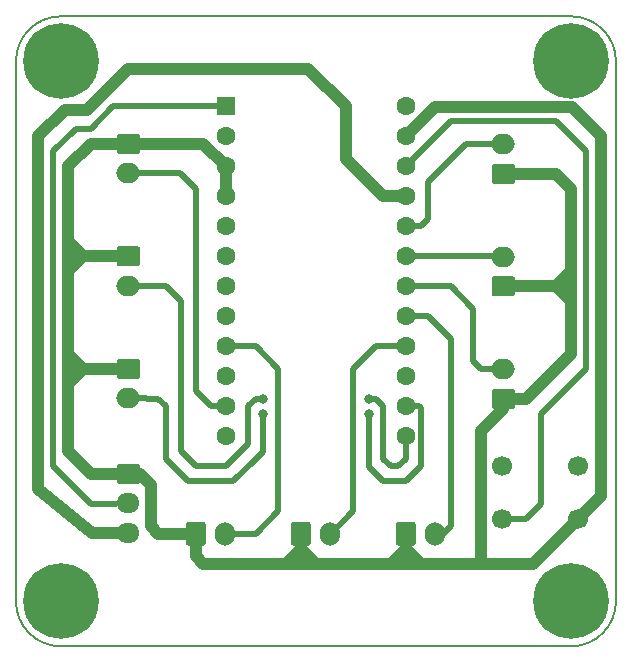
<source format=gbr>
G04 #@! TF.GenerationSoftware,KiCad,Pcbnew,(5.1.5)-3*
G04 #@! TF.CreationDate,2020-06-26T19:45:29+09:00*
G04 #@! TF.ProjectId,sif,7369662e-6b69-4636-9164-5f7063625858,rev?*
G04 #@! TF.SameCoordinates,Original*
G04 #@! TF.FileFunction,Copper,L2,Bot*
G04 #@! TF.FilePolarity,Positive*
%FSLAX46Y46*%
G04 Gerber Fmt 4.6, Leading zero omitted, Abs format (unit mm)*
G04 Created by KiCad (PCBNEW (5.1.5)-3) date 2020-06-26 19:45:29*
%MOMM*%
%LPD*%
G04 APERTURE LIST*
%ADD10C,0.150000*%
%ADD11O,1.700000X2.000000*%
%ADD12O,1.950000X1.700000*%
%ADD13C,1.600000*%
%ADD14R,1.600000X1.600000*%
%ADD15O,2.000000X1.700000*%
%ADD16C,0.800000*%
%ADD17C,6.400000*%
%ADD18C,1.700000*%
%ADD19C,0.500000*%
%ADD20C,1.000000*%
G04 APERTURE END LIST*
D10*
X12700000Y-16510000D02*
X12700000Y-62230000D01*
X59690000Y-12700000D02*
X16510000Y-12700000D01*
X63500000Y-62230000D02*
X63500000Y-16510000D01*
X16510000Y-66040000D02*
X59690000Y-66040000D01*
X16510000Y-66040000D02*
G75*
G02X12700000Y-62230000I0J3810000D01*
G01*
X63500000Y-62230000D02*
G75*
G02X59690000Y-66040000I-3810000J0D01*
G01*
X59690000Y-12700000D02*
G75*
G02X63500000Y-16510000I0J-3810000D01*
G01*
X12700000Y-16510000D02*
G75*
G02X16510000Y-12700000I3810000J0D01*
G01*
G04 #@! TA.AperFunction,ComponentPad*
G36*
X46344504Y-55516204D02*
G01*
X46368773Y-55519804D01*
X46392571Y-55525765D01*
X46415671Y-55534030D01*
X46437849Y-55544520D01*
X46458893Y-55557133D01*
X46478598Y-55571747D01*
X46496777Y-55588223D01*
X46513253Y-55606402D01*
X46527867Y-55626107D01*
X46540480Y-55647151D01*
X46550970Y-55669329D01*
X46559235Y-55692429D01*
X46565196Y-55716227D01*
X46568796Y-55740496D01*
X46570000Y-55765000D01*
X46570000Y-57265000D01*
X46568796Y-57289504D01*
X46565196Y-57313773D01*
X46559235Y-57337571D01*
X46550970Y-57360671D01*
X46540480Y-57382849D01*
X46527867Y-57403893D01*
X46513253Y-57423598D01*
X46496777Y-57441777D01*
X46478598Y-57458253D01*
X46458893Y-57472867D01*
X46437849Y-57485480D01*
X46415671Y-57495970D01*
X46392571Y-57504235D01*
X46368773Y-57510196D01*
X46344504Y-57513796D01*
X46320000Y-57515000D01*
X45120000Y-57515000D01*
X45095496Y-57513796D01*
X45071227Y-57510196D01*
X45047429Y-57504235D01*
X45024329Y-57495970D01*
X45002151Y-57485480D01*
X44981107Y-57472867D01*
X44961402Y-57458253D01*
X44943223Y-57441777D01*
X44926747Y-57423598D01*
X44912133Y-57403893D01*
X44899520Y-57382849D01*
X44889030Y-57360671D01*
X44880765Y-57337571D01*
X44874804Y-57313773D01*
X44871204Y-57289504D01*
X44870000Y-57265000D01*
X44870000Y-55765000D01*
X44871204Y-55740496D01*
X44874804Y-55716227D01*
X44880765Y-55692429D01*
X44889030Y-55669329D01*
X44899520Y-55647151D01*
X44912133Y-55626107D01*
X44926747Y-55606402D01*
X44943223Y-55588223D01*
X44961402Y-55571747D01*
X44981107Y-55557133D01*
X45002151Y-55544520D01*
X45024329Y-55534030D01*
X45047429Y-55525765D01*
X45071227Y-55519804D01*
X45095496Y-55516204D01*
X45120000Y-55515000D01*
X46320000Y-55515000D01*
X46344504Y-55516204D01*
G37*
G04 #@! TD.AperFunction*
D11*
X48220000Y-56515000D03*
G04 #@! TA.AperFunction,ComponentPad*
D10*
G36*
X28564504Y-55516204D02*
G01*
X28588773Y-55519804D01*
X28612571Y-55525765D01*
X28635671Y-55534030D01*
X28657849Y-55544520D01*
X28678893Y-55557133D01*
X28698598Y-55571747D01*
X28716777Y-55588223D01*
X28733253Y-55606402D01*
X28747867Y-55626107D01*
X28760480Y-55647151D01*
X28770970Y-55669329D01*
X28779235Y-55692429D01*
X28785196Y-55716227D01*
X28788796Y-55740496D01*
X28790000Y-55765000D01*
X28790000Y-57265000D01*
X28788796Y-57289504D01*
X28785196Y-57313773D01*
X28779235Y-57337571D01*
X28770970Y-57360671D01*
X28760480Y-57382849D01*
X28747867Y-57403893D01*
X28733253Y-57423598D01*
X28716777Y-57441777D01*
X28698598Y-57458253D01*
X28678893Y-57472867D01*
X28657849Y-57485480D01*
X28635671Y-57495970D01*
X28612571Y-57504235D01*
X28588773Y-57510196D01*
X28564504Y-57513796D01*
X28540000Y-57515000D01*
X27340000Y-57515000D01*
X27315496Y-57513796D01*
X27291227Y-57510196D01*
X27267429Y-57504235D01*
X27244329Y-57495970D01*
X27222151Y-57485480D01*
X27201107Y-57472867D01*
X27181402Y-57458253D01*
X27163223Y-57441777D01*
X27146747Y-57423598D01*
X27132133Y-57403893D01*
X27119520Y-57382849D01*
X27109030Y-57360671D01*
X27100765Y-57337571D01*
X27094804Y-57313773D01*
X27091204Y-57289504D01*
X27090000Y-57265000D01*
X27090000Y-55765000D01*
X27091204Y-55740496D01*
X27094804Y-55716227D01*
X27100765Y-55692429D01*
X27109030Y-55669329D01*
X27119520Y-55647151D01*
X27132133Y-55626107D01*
X27146747Y-55606402D01*
X27163223Y-55588223D01*
X27181402Y-55571747D01*
X27201107Y-55557133D01*
X27222151Y-55544520D01*
X27244329Y-55534030D01*
X27267429Y-55525765D01*
X27291227Y-55519804D01*
X27315496Y-55516204D01*
X27340000Y-55515000D01*
X28540000Y-55515000D01*
X28564504Y-55516204D01*
G37*
G04 #@! TD.AperFunction*
D11*
X30440000Y-56515000D03*
G04 #@! TA.AperFunction,ComponentPad*
D10*
G36*
X37454504Y-55516204D02*
G01*
X37478773Y-55519804D01*
X37502571Y-55525765D01*
X37525671Y-55534030D01*
X37547849Y-55544520D01*
X37568893Y-55557133D01*
X37588598Y-55571747D01*
X37606777Y-55588223D01*
X37623253Y-55606402D01*
X37637867Y-55626107D01*
X37650480Y-55647151D01*
X37660970Y-55669329D01*
X37669235Y-55692429D01*
X37675196Y-55716227D01*
X37678796Y-55740496D01*
X37680000Y-55765000D01*
X37680000Y-57265000D01*
X37678796Y-57289504D01*
X37675196Y-57313773D01*
X37669235Y-57337571D01*
X37660970Y-57360671D01*
X37650480Y-57382849D01*
X37637867Y-57403893D01*
X37623253Y-57423598D01*
X37606777Y-57441777D01*
X37588598Y-57458253D01*
X37568893Y-57472867D01*
X37547849Y-57485480D01*
X37525671Y-57495970D01*
X37502571Y-57504235D01*
X37478773Y-57510196D01*
X37454504Y-57513796D01*
X37430000Y-57515000D01*
X36230000Y-57515000D01*
X36205496Y-57513796D01*
X36181227Y-57510196D01*
X36157429Y-57504235D01*
X36134329Y-57495970D01*
X36112151Y-57485480D01*
X36091107Y-57472867D01*
X36071402Y-57458253D01*
X36053223Y-57441777D01*
X36036747Y-57423598D01*
X36022133Y-57403893D01*
X36009520Y-57382849D01*
X35999030Y-57360671D01*
X35990765Y-57337571D01*
X35984804Y-57313773D01*
X35981204Y-57289504D01*
X35980000Y-57265000D01*
X35980000Y-55765000D01*
X35981204Y-55740496D01*
X35984804Y-55716227D01*
X35990765Y-55692429D01*
X35999030Y-55669329D01*
X36009520Y-55647151D01*
X36022133Y-55626107D01*
X36036747Y-55606402D01*
X36053223Y-55588223D01*
X36071402Y-55571747D01*
X36091107Y-55557133D01*
X36112151Y-55544520D01*
X36134329Y-55534030D01*
X36157429Y-55525765D01*
X36181227Y-55519804D01*
X36205496Y-55516204D01*
X36230000Y-55515000D01*
X37430000Y-55515000D01*
X37454504Y-55516204D01*
G37*
G04 #@! TD.AperFunction*
D11*
X39330000Y-56515000D03*
D12*
X22225000Y-56435000D03*
X22225000Y-53935000D03*
G04 #@! TA.AperFunction,ComponentPad*
D10*
G36*
X22974504Y-50586204D02*
G01*
X22998773Y-50589804D01*
X23022571Y-50595765D01*
X23045671Y-50604030D01*
X23067849Y-50614520D01*
X23088893Y-50627133D01*
X23108598Y-50641747D01*
X23126777Y-50658223D01*
X23143253Y-50676402D01*
X23157867Y-50696107D01*
X23170480Y-50717151D01*
X23180970Y-50739329D01*
X23189235Y-50762429D01*
X23195196Y-50786227D01*
X23198796Y-50810496D01*
X23200000Y-50835000D01*
X23200000Y-52035000D01*
X23198796Y-52059504D01*
X23195196Y-52083773D01*
X23189235Y-52107571D01*
X23180970Y-52130671D01*
X23170480Y-52152849D01*
X23157867Y-52173893D01*
X23143253Y-52193598D01*
X23126777Y-52211777D01*
X23108598Y-52228253D01*
X23088893Y-52242867D01*
X23067849Y-52255480D01*
X23045671Y-52265970D01*
X23022571Y-52274235D01*
X22998773Y-52280196D01*
X22974504Y-52283796D01*
X22950000Y-52285000D01*
X21500000Y-52285000D01*
X21475496Y-52283796D01*
X21451227Y-52280196D01*
X21427429Y-52274235D01*
X21404329Y-52265970D01*
X21382151Y-52255480D01*
X21361107Y-52242867D01*
X21341402Y-52228253D01*
X21323223Y-52211777D01*
X21306747Y-52193598D01*
X21292133Y-52173893D01*
X21279520Y-52152849D01*
X21269030Y-52130671D01*
X21260765Y-52107571D01*
X21254804Y-52083773D01*
X21251204Y-52059504D01*
X21250000Y-52035000D01*
X21250000Y-50835000D01*
X21251204Y-50810496D01*
X21254804Y-50786227D01*
X21260765Y-50762429D01*
X21269030Y-50739329D01*
X21279520Y-50717151D01*
X21292133Y-50696107D01*
X21306747Y-50676402D01*
X21323223Y-50658223D01*
X21341402Y-50641747D01*
X21361107Y-50627133D01*
X21382151Y-50614520D01*
X21404329Y-50604030D01*
X21427429Y-50595765D01*
X21451227Y-50589804D01*
X21475496Y-50586204D01*
X21500000Y-50585000D01*
X22950000Y-50585000D01*
X22974504Y-50586204D01*
G37*
G04 #@! TD.AperFunction*
D13*
X45720000Y-20320000D03*
X45720000Y-22860000D03*
X45720000Y-25400000D03*
X45720000Y-27940000D03*
X45720000Y-30480000D03*
X45720000Y-33020000D03*
X45720000Y-35560000D03*
X45720000Y-38100000D03*
X45720000Y-40640000D03*
X45720000Y-43180000D03*
X45720000Y-45720000D03*
X45720000Y-48260000D03*
X30480000Y-48260000D03*
X30480000Y-45720000D03*
X30480000Y-43180000D03*
X30480000Y-40640000D03*
X30480000Y-38100000D03*
X30480000Y-35560000D03*
X30480000Y-33020000D03*
X30480000Y-30480000D03*
X30480000Y-27940000D03*
X30480000Y-25400000D03*
X30480000Y-22860000D03*
D14*
X30480000Y-20320000D03*
G04 #@! TA.AperFunction,ComponentPad*
D10*
G36*
X54749504Y-44236204D02*
G01*
X54773773Y-44239804D01*
X54797571Y-44245765D01*
X54820671Y-44254030D01*
X54842849Y-44264520D01*
X54863893Y-44277133D01*
X54883598Y-44291747D01*
X54901777Y-44308223D01*
X54918253Y-44326402D01*
X54932867Y-44346107D01*
X54945480Y-44367151D01*
X54955970Y-44389329D01*
X54964235Y-44412429D01*
X54970196Y-44436227D01*
X54973796Y-44460496D01*
X54975000Y-44485000D01*
X54975000Y-45685000D01*
X54973796Y-45709504D01*
X54970196Y-45733773D01*
X54964235Y-45757571D01*
X54955970Y-45780671D01*
X54945480Y-45802849D01*
X54932867Y-45823893D01*
X54918253Y-45843598D01*
X54901777Y-45861777D01*
X54883598Y-45878253D01*
X54863893Y-45892867D01*
X54842849Y-45905480D01*
X54820671Y-45915970D01*
X54797571Y-45924235D01*
X54773773Y-45930196D01*
X54749504Y-45933796D01*
X54725000Y-45935000D01*
X53225000Y-45935000D01*
X53200496Y-45933796D01*
X53176227Y-45930196D01*
X53152429Y-45924235D01*
X53129329Y-45915970D01*
X53107151Y-45905480D01*
X53086107Y-45892867D01*
X53066402Y-45878253D01*
X53048223Y-45861777D01*
X53031747Y-45843598D01*
X53017133Y-45823893D01*
X53004520Y-45802849D01*
X52994030Y-45780671D01*
X52985765Y-45757571D01*
X52979804Y-45733773D01*
X52976204Y-45709504D01*
X52975000Y-45685000D01*
X52975000Y-44485000D01*
X52976204Y-44460496D01*
X52979804Y-44436227D01*
X52985765Y-44412429D01*
X52994030Y-44389329D01*
X53004520Y-44367151D01*
X53017133Y-44346107D01*
X53031747Y-44326402D01*
X53048223Y-44308223D01*
X53066402Y-44291747D01*
X53086107Y-44277133D01*
X53107151Y-44264520D01*
X53129329Y-44254030D01*
X53152429Y-44245765D01*
X53176227Y-44239804D01*
X53200496Y-44236204D01*
X53225000Y-44235000D01*
X54725000Y-44235000D01*
X54749504Y-44236204D01*
G37*
G04 #@! TD.AperFunction*
D15*
X53975000Y-42585000D03*
G04 #@! TA.AperFunction,ComponentPad*
D10*
G36*
X54749504Y-34711204D02*
G01*
X54773773Y-34714804D01*
X54797571Y-34720765D01*
X54820671Y-34729030D01*
X54842849Y-34739520D01*
X54863893Y-34752133D01*
X54883598Y-34766747D01*
X54901777Y-34783223D01*
X54918253Y-34801402D01*
X54932867Y-34821107D01*
X54945480Y-34842151D01*
X54955970Y-34864329D01*
X54964235Y-34887429D01*
X54970196Y-34911227D01*
X54973796Y-34935496D01*
X54975000Y-34960000D01*
X54975000Y-36160000D01*
X54973796Y-36184504D01*
X54970196Y-36208773D01*
X54964235Y-36232571D01*
X54955970Y-36255671D01*
X54945480Y-36277849D01*
X54932867Y-36298893D01*
X54918253Y-36318598D01*
X54901777Y-36336777D01*
X54883598Y-36353253D01*
X54863893Y-36367867D01*
X54842849Y-36380480D01*
X54820671Y-36390970D01*
X54797571Y-36399235D01*
X54773773Y-36405196D01*
X54749504Y-36408796D01*
X54725000Y-36410000D01*
X53225000Y-36410000D01*
X53200496Y-36408796D01*
X53176227Y-36405196D01*
X53152429Y-36399235D01*
X53129329Y-36390970D01*
X53107151Y-36380480D01*
X53086107Y-36367867D01*
X53066402Y-36353253D01*
X53048223Y-36336777D01*
X53031747Y-36318598D01*
X53017133Y-36298893D01*
X53004520Y-36277849D01*
X52994030Y-36255671D01*
X52985765Y-36232571D01*
X52979804Y-36208773D01*
X52976204Y-36184504D01*
X52975000Y-36160000D01*
X52975000Y-34960000D01*
X52976204Y-34935496D01*
X52979804Y-34911227D01*
X52985765Y-34887429D01*
X52994030Y-34864329D01*
X53004520Y-34842151D01*
X53017133Y-34821107D01*
X53031747Y-34801402D01*
X53048223Y-34783223D01*
X53066402Y-34766747D01*
X53086107Y-34752133D01*
X53107151Y-34739520D01*
X53129329Y-34729030D01*
X53152429Y-34720765D01*
X53176227Y-34714804D01*
X53200496Y-34711204D01*
X53225000Y-34710000D01*
X54725000Y-34710000D01*
X54749504Y-34711204D01*
G37*
G04 #@! TD.AperFunction*
D15*
X53975000Y-33060000D03*
G04 #@! TA.AperFunction,ComponentPad*
D10*
G36*
X54749504Y-25186204D02*
G01*
X54773773Y-25189804D01*
X54797571Y-25195765D01*
X54820671Y-25204030D01*
X54842849Y-25214520D01*
X54863893Y-25227133D01*
X54883598Y-25241747D01*
X54901777Y-25258223D01*
X54918253Y-25276402D01*
X54932867Y-25296107D01*
X54945480Y-25317151D01*
X54955970Y-25339329D01*
X54964235Y-25362429D01*
X54970196Y-25386227D01*
X54973796Y-25410496D01*
X54975000Y-25435000D01*
X54975000Y-26635000D01*
X54973796Y-26659504D01*
X54970196Y-26683773D01*
X54964235Y-26707571D01*
X54955970Y-26730671D01*
X54945480Y-26752849D01*
X54932867Y-26773893D01*
X54918253Y-26793598D01*
X54901777Y-26811777D01*
X54883598Y-26828253D01*
X54863893Y-26842867D01*
X54842849Y-26855480D01*
X54820671Y-26865970D01*
X54797571Y-26874235D01*
X54773773Y-26880196D01*
X54749504Y-26883796D01*
X54725000Y-26885000D01*
X53225000Y-26885000D01*
X53200496Y-26883796D01*
X53176227Y-26880196D01*
X53152429Y-26874235D01*
X53129329Y-26865970D01*
X53107151Y-26855480D01*
X53086107Y-26842867D01*
X53066402Y-26828253D01*
X53048223Y-26811777D01*
X53031747Y-26793598D01*
X53017133Y-26773893D01*
X53004520Y-26752849D01*
X52994030Y-26730671D01*
X52985765Y-26707571D01*
X52979804Y-26683773D01*
X52976204Y-26659504D01*
X52975000Y-26635000D01*
X52975000Y-25435000D01*
X52976204Y-25410496D01*
X52979804Y-25386227D01*
X52985765Y-25362429D01*
X52994030Y-25339329D01*
X53004520Y-25317151D01*
X53017133Y-25296107D01*
X53031747Y-25276402D01*
X53048223Y-25258223D01*
X53066402Y-25241747D01*
X53086107Y-25227133D01*
X53107151Y-25214520D01*
X53129329Y-25204030D01*
X53152429Y-25195765D01*
X53176227Y-25189804D01*
X53200496Y-25186204D01*
X53225000Y-25185000D01*
X54725000Y-25185000D01*
X54749504Y-25186204D01*
G37*
G04 #@! TD.AperFunction*
D15*
X53975000Y-23535000D03*
X22225000Y-45045000D03*
G04 #@! TA.AperFunction,ComponentPad*
D10*
G36*
X22999504Y-41696204D02*
G01*
X23023773Y-41699804D01*
X23047571Y-41705765D01*
X23070671Y-41714030D01*
X23092849Y-41724520D01*
X23113893Y-41737133D01*
X23133598Y-41751747D01*
X23151777Y-41768223D01*
X23168253Y-41786402D01*
X23182867Y-41806107D01*
X23195480Y-41827151D01*
X23205970Y-41849329D01*
X23214235Y-41872429D01*
X23220196Y-41896227D01*
X23223796Y-41920496D01*
X23225000Y-41945000D01*
X23225000Y-43145000D01*
X23223796Y-43169504D01*
X23220196Y-43193773D01*
X23214235Y-43217571D01*
X23205970Y-43240671D01*
X23195480Y-43262849D01*
X23182867Y-43283893D01*
X23168253Y-43303598D01*
X23151777Y-43321777D01*
X23133598Y-43338253D01*
X23113893Y-43352867D01*
X23092849Y-43365480D01*
X23070671Y-43375970D01*
X23047571Y-43384235D01*
X23023773Y-43390196D01*
X22999504Y-43393796D01*
X22975000Y-43395000D01*
X21475000Y-43395000D01*
X21450496Y-43393796D01*
X21426227Y-43390196D01*
X21402429Y-43384235D01*
X21379329Y-43375970D01*
X21357151Y-43365480D01*
X21336107Y-43352867D01*
X21316402Y-43338253D01*
X21298223Y-43321777D01*
X21281747Y-43303598D01*
X21267133Y-43283893D01*
X21254520Y-43262849D01*
X21244030Y-43240671D01*
X21235765Y-43217571D01*
X21229804Y-43193773D01*
X21226204Y-43169504D01*
X21225000Y-43145000D01*
X21225000Y-41945000D01*
X21226204Y-41920496D01*
X21229804Y-41896227D01*
X21235765Y-41872429D01*
X21244030Y-41849329D01*
X21254520Y-41827151D01*
X21267133Y-41806107D01*
X21281747Y-41786402D01*
X21298223Y-41768223D01*
X21316402Y-41751747D01*
X21336107Y-41737133D01*
X21357151Y-41724520D01*
X21379329Y-41714030D01*
X21402429Y-41705765D01*
X21426227Y-41699804D01*
X21450496Y-41696204D01*
X21475000Y-41695000D01*
X22975000Y-41695000D01*
X22999504Y-41696204D01*
G37*
G04 #@! TD.AperFunction*
D15*
X22225000Y-35520000D03*
G04 #@! TA.AperFunction,ComponentPad*
D10*
G36*
X22999504Y-32171204D02*
G01*
X23023773Y-32174804D01*
X23047571Y-32180765D01*
X23070671Y-32189030D01*
X23092849Y-32199520D01*
X23113893Y-32212133D01*
X23133598Y-32226747D01*
X23151777Y-32243223D01*
X23168253Y-32261402D01*
X23182867Y-32281107D01*
X23195480Y-32302151D01*
X23205970Y-32324329D01*
X23214235Y-32347429D01*
X23220196Y-32371227D01*
X23223796Y-32395496D01*
X23225000Y-32420000D01*
X23225000Y-33620000D01*
X23223796Y-33644504D01*
X23220196Y-33668773D01*
X23214235Y-33692571D01*
X23205970Y-33715671D01*
X23195480Y-33737849D01*
X23182867Y-33758893D01*
X23168253Y-33778598D01*
X23151777Y-33796777D01*
X23133598Y-33813253D01*
X23113893Y-33827867D01*
X23092849Y-33840480D01*
X23070671Y-33850970D01*
X23047571Y-33859235D01*
X23023773Y-33865196D01*
X22999504Y-33868796D01*
X22975000Y-33870000D01*
X21475000Y-33870000D01*
X21450496Y-33868796D01*
X21426227Y-33865196D01*
X21402429Y-33859235D01*
X21379329Y-33850970D01*
X21357151Y-33840480D01*
X21336107Y-33827867D01*
X21316402Y-33813253D01*
X21298223Y-33796777D01*
X21281747Y-33778598D01*
X21267133Y-33758893D01*
X21254520Y-33737849D01*
X21244030Y-33715671D01*
X21235765Y-33692571D01*
X21229804Y-33668773D01*
X21226204Y-33644504D01*
X21225000Y-33620000D01*
X21225000Y-32420000D01*
X21226204Y-32395496D01*
X21229804Y-32371227D01*
X21235765Y-32347429D01*
X21244030Y-32324329D01*
X21254520Y-32302151D01*
X21267133Y-32281107D01*
X21281747Y-32261402D01*
X21298223Y-32243223D01*
X21316402Y-32226747D01*
X21336107Y-32212133D01*
X21357151Y-32199520D01*
X21379329Y-32189030D01*
X21402429Y-32180765D01*
X21426227Y-32174804D01*
X21450496Y-32171204D01*
X21475000Y-32170000D01*
X22975000Y-32170000D01*
X22999504Y-32171204D01*
G37*
G04 #@! TD.AperFunction*
D15*
X22225000Y-25995000D03*
G04 #@! TA.AperFunction,ComponentPad*
D10*
G36*
X22999504Y-22646204D02*
G01*
X23023773Y-22649804D01*
X23047571Y-22655765D01*
X23070671Y-22664030D01*
X23092849Y-22674520D01*
X23113893Y-22687133D01*
X23133598Y-22701747D01*
X23151777Y-22718223D01*
X23168253Y-22736402D01*
X23182867Y-22756107D01*
X23195480Y-22777151D01*
X23205970Y-22799329D01*
X23214235Y-22822429D01*
X23220196Y-22846227D01*
X23223796Y-22870496D01*
X23225000Y-22895000D01*
X23225000Y-24095000D01*
X23223796Y-24119504D01*
X23220196Y-24143773D01*
X23214235Y-24167571D01*
X23205970Y-24190671D01*
X23195480Y-24212849D01*
X23182867Y-24233893D01*
X23168253Y-24253598D01*
X23151777Y-24271777D01*
X23133598Y-24288253D01*
X23113893Y-24302867D01*
X23092849Y-24315480D01*
X23070671Y-24325970D01*
X23047571Y-24334235D01*
X23023773Y-24340196D01*
X22999504Y-24343796D01*
X22975000Y-24345000D01*
X21475000Y-24345000D01*
X21450496Y-24343796D01*
X21426227Y-24340196D01*
X21402429Y-24334235D01*
X21379329Y-24325970D01*
X21357151Y-24315480D01*
X21336107Y-24302867D01*
X21316402Y-24288253D01*
X21298223Y-24271777D01*
X21281747Y-24253598D01*
X21267133Y-24233893D01*
X21254520Y-24212849D01*
X21244030Y-24190671D01*
X21235765Y-24167571D01*
X21229804Y-24143773D01*
X21226204Y-24119504D01*
X21225000Y-24095000D01*
X21225000Y-22895000D01*
X21226204Y-22870496D01*
X21229804Y-22846227D01*
X21235765Y-22822429D01*
X21244030Y-22799329D01*
X21254520Y-22777151D01*
X21267133Y-22756107D01*
X21281747Y-22736402D01*
X21298223Y-22718223D01*
X21316402Y-22701747D01*
X21336107Y-22687133D01*
X21357151Y-22674520D01*
X21379329Y-22664030D01*
X21402429Y-22655765D01*
X21426227Y-22649804D01*
X21450496Y-22646204D01*
X21475000Y-22645000D01*
X22975000Y-22645000D01*
X22999504Y-22646204D01*
G37*
G04 #@! TD.AperFunction*
D16*
X61387056Y-60532944D03*
X59690000Y-59830000D03*
X57992944Y-60532944D03*
X57290000Y-62230000D03*
X57992944Y-63927056D03*
X59690000Y-64630000D03*
X61387056Y-63927056D03*
X62090000Y-62230000D03*
D17*
X59690000Y-62230000D03*
D16*
X18207056Y-60532944D03*
X16510000Y-59830000D03*
X14812944Y-60532944D03*
X14110000Y-62230000D03*
X14812944Y-63927056D03*
X16510000Y-64630000D03*
X18207056Y-63927056D03*
X18910000Y-62230000D03*
D17*
X16510000Y-62230000D03*
D16*
X18207056Y-14812944D03*
X16510000Y-14110000D03*
X14812944Y-14812944D03*
X14110000Y-16510000D03*
X14812944Y-18207056D03*
X16510000Y-18910000D03*
X18207056Y-18207056D03*
X18910000Y-16510000D03*
D17*
X16510000Y-16510000D03*
D16*
X61387056Y-14812944D03*
X59690000Y-14110000D03*
X57992944Y-14812944D03*
X57290000Y-16510000D03*
X57992944Y-18207056D03*
X59690000Y-18910000D03*
X61387056Y-18207056D03*
X62090000Y-16510000D03*
D17*
X59690000Y-16510000D03*
D18*
X60325000Y-55245000D03*
X53825000Y-55245000D03*
X60325000Y-50745000D03*
X53825000Y-50745000D03*
D16*
X33589990Y-46355000D03*
X42610010Y-46355000D03*
X33589990Y-45085000D03*
X42610010Y-45085000D03*
D19*
X47625000Y-29845000D02*
X46990000Y-30480000D01*
X47625000Y-26750000D02*
X47625000Y-29845000D01*
X46990000Y-30480000D02*
X45720000Y-30480000D01*
X53975000Y-23535000D02*
X50840000Y-23535000D01*
X50840000Y-23535000D02*
X47625000Y-26750000D01*
X53935000Y-33020000D02*
X53975000Y-33060000D01*
X45720000Y-33020000D02*
X53935000Y-33020000D01*
X52110000Y-42585000D02*
X53975000Y-42585000D01*
X51435000Y-41910000D02*
X52110000Y-42585000D01*
X45720000Y-35560000D02*
X49530000Y-35560000D01*
X51435000Y-37465000D02*
X51435000Y-41910000D01*
X49530000Y-35560000D02*
X51435000Y-37465000D01*
X48220000Y-56515000D02*
X48260000Y-56515000D01*
X45720000Y-38100000D02*
X47625000Y-38100000D01*
X47625000Y-38100000D02*
X48260000Y-38735000D01*
X48300000Y-38775000D02*
X49530000Y-40005000D01*
X49530000Y-55880000D02*
X48895000Y-56515000D01*
X48895000Y-56515000D02*
X48220000Y-56515000D01*
X49530000Y-40005000D02*
X49530000Y-55880000D01*
X39370000Y-56515000D02*
X39330000Y-56515000D01*
X41275000Y-54610000D02*
X39370000Y-56515000D01*
X41275000Y-42545000D02*
X41275000Y-54610000D01*
X45720000Y-40640000D02*
X43180000Y-40640000D01*
X43180000Y-40640000D02*
X41275000Y-42545000D01*
X33020000Y-40640000D02*
X30480000Y-40640000D01*
X34925000Y-42545000D02*
X33020000Y-40640000D01*
X34925000Y-54610000D02*
X34925000Y-42545000D01*
X30440000Y-56515000D02*
X33020000Y-56515000D01*
X33020000Y-56515000D02*
X34925000Y-54610000D01*
X22225000Y-45085000D02*
X22225000Y-45045000D01*
X31115000Y-52070000D02*
X31115000Y-52070000D01*
X45085000Y-52070000D02*
X45085000Y-52070000D01*
X44450000Y-52070000D02*
X44450000Y-52070000D01*
X46990000Y-50800000D02*
X45720000Y-52070000D01*
X45720000Y-52070000D02*
X44450000Y-52070000D01*
X46990000Y-45858630D02*
X46990000Y-50800000D01*
X46851370Y-45720000D02*
X46990000Y-45858630D01*
X45720000Y-45720000D02*
X46851370Y-45720000D01*
X43815000Y-52070000D02*
X43180000Y-51435000D01*
X44450000Y-52070000D02*
X43815000Y-52070000D01*
X43180000Y-51435000D02*
X42610010Y-50865010D01*
X42610010Y-50865010D02*
X42610010Y-50734990D01*
X42610010Y-50734990D02*
X42610010Y-46355000D01*
X25400000Y-50165000D02*
X27305000Y-52070000D01*
X27305000Y-52070000D02*
X31115000Y-52070000D01*
X23725000Y-45045000D02*
X23765000Y-45085000D01*
X25400000Y-45720000D02*
X25400000Y-50165000D01*
X24765000Y-45085000D02*
X25400000Y-45720000D01*
X23765000Y-45085000D02*
X24765000Y-45085000D01*
X22225000Y-45045000D02*
X23725000Y-45045000D01*
X31115000Y-52070000D02*
X33020000Y-50165000D01*
X33020000Y-50165000D02*
X33589990Y-49595010D01*
X33589990Y-49595010D02*
X33589990Y-46355000D01*
X33589990Y-46355000D02*
X33589990Y-46355000D01*
X42610010Y-46355000D02*
X42610010Y-46355000D01*
X22225000Y-35520000D02*
X23725000Y-35520000D01*
X26670000Y-49530000D02*
X27940000Y-50800000D01*
X23725000Y-35520000D02*
X23765000Y-35560000D01*
X45085000Y-50800000D02*
X45085000Y-50800000D01*
X44450000Y-50800000D02*
X44450000Y-50800000D01*
X26670000Y-36830000D02*
X26670000Y-49530000D01*
X25400000Y-35560000D02*
X26670000Y-36830000D01*
X23765000Y-35560000D02*
X25400000Y-35560000D01*
X45085000Y-50800000D02*
X44450000Y-50800000D01*
X45720000Y-48260000D02*
X45720000Y-50165000D01*
X45720000Y-50165000D02*
X45085000Y-50800000D01*
X44450000Y-50800000D02*
X43815000Y-50165000D01*
X43180000Y-45085000D02*
X43815000Y-45720000D01*
X43815000Y-50165000D02*
X43815000Y-45720000D01*
X43180000Y-45085000D02*
X42610010Y-45085000D01*
X27940000Y-50800000D02*
X30480000Y-50800000D01*
X33020000Y-45085000D02*
X33589990Y-45085000D01*
X32385000Y-48895000D02*
X32385000Y-45720000D01*
X32385000Y-45720000D02*
X33020000Y-45085000D01*
X30480000Y-50800000D02*
X32385000Y-48895000D01*
X33589990Y-45085000D02*
X33589990Y-45085000D01*
X42610010Y-45085000D02*
X42610010Y-45085000D01*
X29210000Y-45720000D02*
X30480000Y-45720000D01*
X27940000Y-27305000D02*
X27940000Y-44450000D01*
X27940000Y-44450000D02*
X29210000Y-45720000D01*
X26630000Y-25995000D02*
X27940000Y-27305000D01*
X22225000Y-25995000D02*
X26630000Y-25995000D01*
X22225000Y-42545000D02*
X21225000Y-42545000D01*
X54975000Y-26035000D02*
X53975000Y-26035000D01*
X44450000Y-59055000D02*
X45085000Y-59055000D01*
X60325000Y-55245000D02*
X57150000Y-58420000D01*
X17145000Y-48260000D02*
X17145000Y-49530000D01*
X17145000Y-48260000D02*
X17145000Y-48895000D01*
X44450000Y-59055000D02*
X45720000Y-59055000D01*
X45720000Y-59055000D02*
X46355000Y-59055000D01*
X36195000Y-59055000D02*
X36830000Y-59055000D01*
X36830000Y-59055000D02*
X37465000Y-59055000D01*
X59690000Y-34925000D02*
X59055000Y-35560000D01*
X18415000Y-42545000D02*
X17780000Y-42545000D01*
X17145000Y-41910000D02*
X17145000Y-42545000D01*
X17145000Y-41910000D02*
X17780000Y-42545000D01*
X17780000Y-42545000D02*
X17145000Y-42545000D01*
X17780000Y-42545000D02*
X17145000Y-43180000D01*
X17145000Y-42545000D02*
X17145000Y-43180000D01*
X17145000Y-33020000D02*
X17145000Y-33655000D01*
X17780000Y-33020000D02*
X17145000Y-33020000D01*
X17780000Y-33020000D02*
X17145000Y-33655000D01*
X18415000Y-33020000D02*
X17780000Y-33020000D01*
X17145000Y-32385000D02*
X17780000Y-33020000D01*
X17145000Y-32385000D02*
X17145000Y-33020000D01*
X28575000Y-59055000D02*
X29210000Y-59055000D01*
X29210000Y-59055000D02*
X29845000Y-59055000D01*
X29845000Y-59055000D02*
X30480000Y-59055000D01*
X30480000Y-59055000D02*
X31115000Y-59055000D01*
X31115000Y-59055000D02*
X31750000Y-59055000D01*
X31750000Y-59055000D02*
X32385000Y-59055000D01*
X32385000Y-59055000D02*
X33020000Y-59055000D01*
X33020000Y-59055000D02*
X33655000Y-59055000D01*
X33655000Y-59055000D02*
X34925000Y-59055000D01*
X35560000Y-59055000D02*
X36195000Y-59055000D01*
X34925000Y-59055000D02*
X35560000Y-59055000D01*
X37465000Y-59055000D02*
X38100000Y-59055000D01*
X38100000Y-59055000D02*
X38735000Y-59055000D01*
X38735000Y-59055000D02*
X39370000Y-59055000D01*
X39370000Y-59055000D02*
X40005000Y-59055000D01*
X40005000Y-59055000D02*
X40640000Y-59055000D01*
X40640000Y-59055000D02*
X41275000Y-59055000D01*
X41275000Y-59055000D02*
X41910000Y-59055000D01*
X41910000Y-59055000D02*
X42545000Y-59055000D01*
X42545000Y-59055000D02*
X43180000Y-59055000D01*
X43815000Y-59055000D02*
X44450000Y-59055000D01*
X43180000Y-59055000D02*
X43815000Y-59055000D01*
D20*
X28575000Y-23495000D02*
X30480000Y-25400000D01*
X22225000Y-23495000D02*
X28575000Y-23495000D01*
X22225000Y-23495000D02*
X19050000Y-23495000D01*
X19050000Y-23495000D02*
X17145000Y-25400000D01*
X17145000Y-49530000D02*
X19050000Y-51435000D01*
X19050000Y-51435000D02*
X22225000Y-51435000D01*
X17145000Y-42545000D02*
X22225000Y-42545000D01*
X17145000Y-33020000D02*
X22225000Y-33020000D01*
X24130000Y-52365000D02*
X24130000Y-52705000D01*
X23200000Y-51435000D02*
X24130000Y-52365000D01*
X22225000Y-51435000D02*
X23200000Y-51435000D01*
X24130000Y-52705000D02*
X24130000Y-55245000D01*
X24130000Y-55880000D02*
X24765000Y-56515000D01*
X24130000Y-55245000D02*
X24130000Y-55880000D01*
X24765000Y-56515000D02*
X27940000Y-56515000D01*
X27940000Y-57515000D02*
X27940000Y-58420000D01*
X27940000Y-56515000D02*
X27940000Y-57515000D01*
X27940000Y-58420000D02*
X28575000Y-59055000D01*
X56515000Y-59055000D02*
X60325000Y-55245000D01*
X36830000Y-56515000D02*
X36830000Y-58420000D01*
X30480000Y-25400000D02*
X30480000Y-27940000D01*
X52070000Y-58420000D02*
X52070000Y-47840000D01*
X53975000Y-45935000D02*
X53975000Y-45085000D01*
X52070000Y-47840000D02*
X53975000Y-45935000D01*
X55880000Y-45085000D02*
X59690000Y-41275000D01*
X53975000Y-45085000D02*
X55880000Y-45085000D01*
X59690000Y-34290000D02*
X59690000Y-27305000D01*
X59690000Y-41275000D02*
X59690000Y-34290000D01*
X59690000Y-27305000D02*
X58420000Y-26035000D01*
X58420000Y-26035000D02*
X53975000Y-26035000D01*
D19*
X46355000Y-59055000D02*
X45720000Y-58420000D01*
X45085000Y-59055000D02*
X45720000Y-58420000D01*
X45720000Y-58420000D02*
X45720000Y-59055000D01*
D20*
X35290000Y-59055000D02*
X34925000Y-59055000D01*
X38370000Y-59055000D02*
X38735000Y-59055000D01*
X45720000Y-57785000D02*
X44450000Y-59055000D01*
X45720000Y-57785000D02*
X45720000Y-58420000D01*
X59690000Y-34290000D02*
X59690000Y-35560000D01*
X58420000Y-35560000D02*
X59690000Y-34290000D01*
X58420000Y-35560000D02*
X53975000Y-35560000D01*
X59690000Y-35560000D02*
X58420000Y-35560000D01*
X58420000Y-35560000D02*
X59690000Y-36830000D01*
X17145000Y-31750000D02*
X18415000Y-33020000D01*
D19*
X17145000Y-32385000D02*
X17145000Y-31750000D01*
D20*
X18415000Y-33020000D02*
X17145000Y-34290000D01*
X17145000Y-25400000D02*
X17145000Y-34290000D01*
X18415000Y-42545000D02*
X17145000Y-41275000D01*
X17145000Y-34290000D02*
X17145000Y-41275000D01*
X18415000Y-42545000D02*
X17145000Y-43815000D01*
X17145000Y-41275000D02*
X17145000Y-43815000D01*
X17145000Y-43815000D02*
X17145000Y-49530000D01*
X45720000Y-57785000D02*
X46990000Y-59055000D01*
X28575000Y-59055000D02*
X46990000Y-59055000D01*
X52070000Y-58420000D02*
X52070000Y-59055000D01*
X46990000Y-59055000D02*
X52070000Y-59055000D01*
X52070000Y-59055000D02*
X56515000Y-59055000D01*
X45720000Y-56515000D02*
X45720000Y-57785000D01*
X36830000Y-56515000D02*
X36830000Y-57785000D01*
X36830000Y-57785000D02*
X36830000Y-57515000D01*
X36830000Y-57785000D02*
X35560000Y-59055000D01*
X36830000Y-57785000D02*
X38100000Y-59055000D01*
X62230000Y-53340000D02*
X60325000Y-55245000D01*
X59780001Y-20410001D02*
X62230000Y-22860000D01*
X62230000Y-22860000D02*
X62230000Y-53340000D01*
X45720000Y-22860000D02*
X48169999Y-20410001D01*
X48169999Y-20410001D02*
X59780001Y-20410001D01*
X43815000Y-27940000D02*
X43180000Y-27305000D01*
X45720000Y-27940000D02*
X43815000Y-27940000D01*
X14605000Y-22860000D02*
X14605000Y-52070000D01*
X19130000Y-56435000D02*
X22225000Y-56435000D01*
X16825000Y-20640000D02*
X14605000Y-22860000D01*
X18730000Y-20640000D02*
X16825000Y-20640000D01*
X40640000Y-24765000D02*
X40640000Y-20320000D01*
X40640000Y-20320000D02*
X37465000Y-17145000D01*
X43815000Y-27940000D02*
X40640000Y-24765000D01*
X37465000Y-17145000D02*
X22225000Y-17145000D01*
X22225000Y-17145000D02*
X18730000Y-20640000D01*
X14605000Y-52070000D02*
X14605000Y-52705000D01*
X14605000Y-52705000D02*
X19130000Y-56435000D01*
D19*
X20320000Y-53975000D02*
X22225000Y-53935000D01*
X19050000Y-53975000D02*
X20320000Y-53975000D01*
X30480000Y-20320000D02*
X20955000Y-20320000D01*
X20955000Y-20320000D02*
X19050000Y-22225000D01*
X15875000Y-24130000D02*
X15875000Y-50800000D01*
X15875000Y-50800000D02*
X19050000Y-53975000D01*
X19050000Y-22225000D02*
X17780000Y-22225000D01*
X17780000Y-22225000D02*
X15875000Y-24130000D01*
X49530000Y-21590000D02*
X45720000Y-25400000D01*
X60960000Y-24130000D02*
X58420000Y-21590000D01*
X53825000Y-55245000D02*
X55880000Y-55245000D01*
X55880000Y-55245000D02*
X57150000Y-53975000D01*
X58420000Y-21590000D02*
X49530000Y-21590000D01*
X57150000Y-46355000D02*
X60960000Y-42545000D01*
X57150000Y-53975000D02*
X57150000Y-46355000D01*
X60960000Y-42545000D02*
X60960000Y-24130000D01*
M02*

</source>
